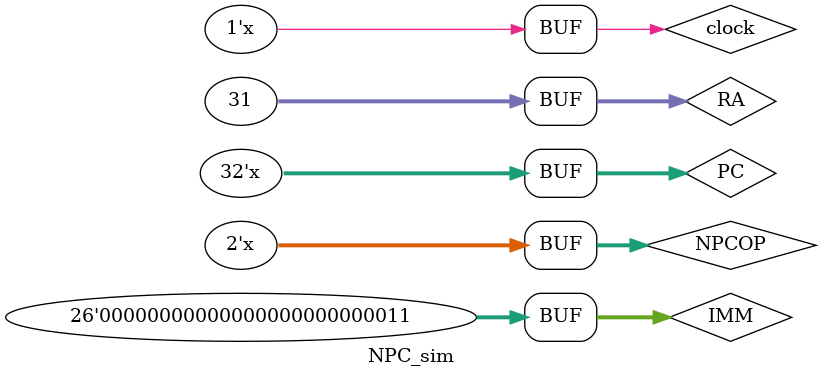
<source format=v>
`timescale 1ns / 1ps


module NPC_sim();
    
    reg [31:0] PC;
    reg [25:0] IMM;
    reg [1:0] NPCOP;
    reg [31:0] RA;
    reg clock;
    wire [31:0] PC4;
    wire [31:0] NPCtoPC;
    
    
    NPC nnn(
    
      .PC(PC),
      .IMM(IMM),
      .NPCOP(NPCOP),
      .RA(RA),
      
      .PC4(PC4),
      .NPCtoPC(NPCtoPC)
    );
    
    
    initial
    begin
      #100  PC = 32'b0;
      #100 IMM = 26'b011;
      #100  NPCOP = 2'b00;
      #100  RA = 32'b011111;
    end
    
    always 
    begin
        #5 clock = ~clock;
          #50 PC = PC + 4;
          #100 NPCOP = NPCOP + 1;
    end
endmodule

</source>
